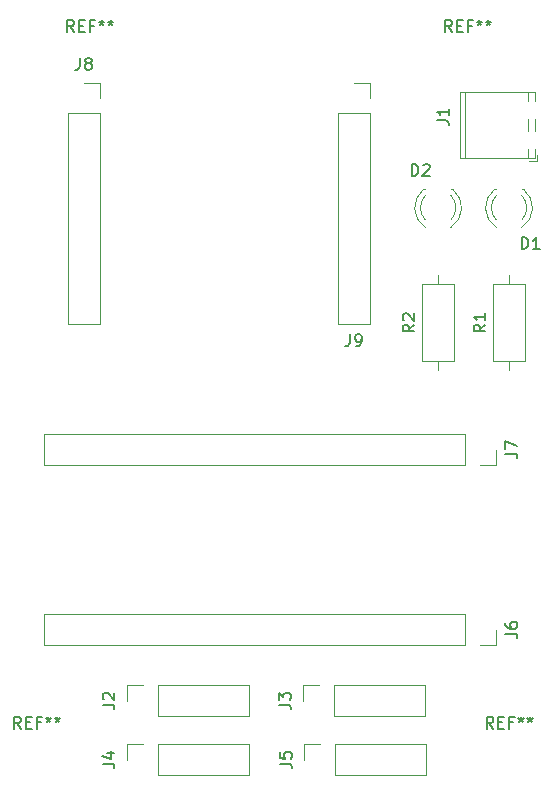
<source format=gbr>
%TF.GenerationSoftware,KiCad,Pcbnew,(7.0.0)*%
%TF.CreationDate,2023-07-19T17:42:03-04:00*%
%TF.ProjectId,board_pf_cese,626f6172-645f-4706-965f-636573652e6b,rev?*%
%TF.SameCoordinates,Original*%
%TF.FileFunction,Legend,Top*%
%TF.FilePolarity,Positive*%
%FSLAX46Y46*%
G04 Gerber Fmt 4.6, Leading zero omitted, Abs format (unit mm)*
G04 Created by KiCad (PCBNEW (7.0.0)) date 2023-07-19 17:42:03*
%MOMM*%
%LPD*%
G01*
G04 APERTURE LIST*
%ADD10C,0.150000*%
%ADD11C,0.120000*%
G04 APERTURE END LIST*
D10*
%TO.C,R1*%
X142997380Y-90166666D02*
X142521190Y-90499999D01*
X142997380Y-90738094D02*
X141997380Y-90738094D01*
X141997380Y-90738094D02*
X141997380Y-90357142D01*
X141997380Y-90357142D02*
X142045000Y-90261904D01*
X142045000Y-90261904D02*
X142092619Y-90214285D01*
X142092619Y-90214285D02*
X142187857Y-90166666D01*
X142187857Y-90166666D02*
X142330714Y-90166666D01*
X142330714Y-90166666D02*
X142425952Y-90214285D01*
X142425952Y-90214285D02*
X142473571Y-90261904D01*
X142473571Y-90261904D02*
X142521190Y-90357142D01*
X142521190Y-90357142D02*
X142521190Y-90738094D01*
X142997380Y-89214285D02*
X142997380Y-89785713D01*
X142997380Y-89499999D02*
X141997380Y-89499999D01*
X141997380Y-89499999D02*
X142140238Y-89595237D01*
X142140238Y-89595237D02*
X142235476Y-89690475D01*
X142235476Y-89690475D02*
X142283095Y-89785713D01*
%TO.C,D1*%
X146061905Y-83767380D02*
X146061905Y-82767380D01*
X146061905Y-82767380D02*
X146300000Y-82767380D01*
X146300000Y-82767380D02*
X146442857Y-82815000D01*
X146442857Y-82815000D02*
X146538095Y-82910238D01*
X146538095Y-82910238D02*
X146585714Y-83005476D01*
X146585714Y-83005476D02*
X146633333Y-83195952D01*
X146633333Y-83195952D02*
X146633333Y-83338809D01*
X146633333Y-83338809D02*
X146585714Y-83529285D01*
X146585714Y-83529285D02*
X146538095Y-83624523D01*
X146538095Y-83624523D02*
X146442857Y-83719761D01*
X146442857Y-83719761D02*
X146300000Y-83767380D01*
X146300000Y-83767380D02*
X146061905Y-83767380D01*
X147585714Y-83767380D02*
X147014286Y-83767380D01*
X147300000Y-83767380D02*
X147300000Y-82767380D01*
X147300000Y-82767380D02*
X147204762Y-82910238D01*
X147204762Y-82910238D02*
X147109524Y-83005476D01*
X147109524Y-83005476D02*
X147014286Y-83053095D01*
%TO.C,J2*%
X110597380Y-122333333D02*
X111311666Y-122333333D01*
X111311666Y-122333333D02*
X111454523Y-122380952D01*
X111454523Y-122380952D02*
X111549761Y-122476190D01*
X111549761Y-122476190D02*
X111597380Y-122619047D01*
X111597380Y-122619047D02*
X111597380Y-122714285D01*
X110692619Y-121904761D02*
X110645000Y-121857142D01*
X110645000Y-121857142D02*
X110597380Y-121761904D01*
X110597380Y-121761904D02*
X110597380Y-121523809D01*
X110597380Y-121523809D02*
X110645000Y-121428571D01*
X110645000Y-121428571D02*
X110692619Y-121380952D01*
X110692619Y-121380952D02*
X110787857Y-121333333D01*
X110787857Y-121333333D02*
X110883095Y-121333333D01*
X110883095Y-121333333D02*
X111025952Y-121380952D01*
X111025952Y-121380952D02*
X111597380Y-121952380D01*
X111597380Y-121952380D02*
X111597380Y-121333333D01*
%TO.C,J5*%
X125597380Y-127333333D02*
X126311666Y-127333333D01*
X126311666Y-127333333D02*
X126454523Y-127380952D01*
X126454523Y-127380952D02*
X126549761Y-127476190D01*
X126549761Y-127476190D02*
X126597380Y-127619047D01*
X126597380Y-127619047D02*
X126597380Y-127714285D01*
X125597380Y-126380952D02*
X125597380Y-126857142D01*
X125597380Y-126857142D02*
X126073571Y-126904761D01*
X126073571Y-126904761D02*
X126025952Y-126857142D01*
X126025952Y-126857142D02*
X125978333Y-126761904D01*
X125978333Y-126761904D02*
X125978333Y-126523809D01*
X125978333Y-126523809D02*
X126025952Y-126428571D01*
X126025952Y-126428571D02*
X126073571Y-126380952D01*
X126073571Y-126380952D02*
X126168809Y-126333333D01*
X126168809Y-126333333D02*
X126406904Y-126333333D01*
X126406904Y-126333333D02*
X126502142Y-126380952D01*
X126502142Y-126380952D02*
X126549761Y-126428571D01*
X126549761Y-126428571D02*
X126597380Y-126523809D01*
X126597380Y-126523809D02*
X126597380Y-126761904D01*
X126597380Y-126761904D02*
X126549761Y-126857142D01*
X126549761Y-126857142D02*
X126502142Y-126904761D01*
%TO.C,J8*%
X108666666Y-67597380D02*
X108666666Y-68311666D01*
X108666666Y-68311666D02*
X108619047Y-68454523D01*
X108619047Y-68454523D02*
X108523809Y-68549761D01*
X108523809Y-68549761D02*
X108380952Y-68597380D01*
X108380952Y-68597380D02*
X108285714Y-68597380D01*
X109285714Y-68025952D02*
X109190476Y-67978333D01*
X109190476Y-67978333D02*
X109142857Y-67930714D01*
X109142857Y-67930714D02*
X109095238Y-67835476D01*
X109095238Y-67835476D02*
X109095238Y-67787857D01*
X109095238Y-67787857D02*
X109142857Y-67692619D01*
X109142857Y-67692619D02*
X109190476Y-67645000D01*
X109190476Y-67645000D02*
X109285714Y-67597380D01*
X109285714Y-67597380D02*
X109476190Y-67597380D01*
X109476190Y-67597380D02*
X109571428Y-67645000D01*
X109571428Y-67645000D02*
X109619047Y-67692619D01*
X109619047Y-67692619D02*
X109666666Y-67787857D01*
X109666666Y-67787857D02*
X109666666Y-67835476D01*
X109666666Y-67835476D02*
X109619047Y-67930714D01*
X109619047Y-67930714D02*
X109571428Y-67978333D01*
X109571428Y-67978333D02*
X109476190Y-68025952D01*
X109476190Y-68025952D02*
X109285714Y-68025952D01*
X109285714Y-68025952D02*
X109190476Y-68073571D01*
X109190476Y-68073571D02*
X109142857Y-68121190D01*
X109142857Y-68121190D02*
X109095238Y-68216428D01*
X109095238Y-68216428D02*
X109095238Y-68406904D01*
X109095238Y-68406904D02*
X109142857Y-68502142D01*
X109142857Y-68502142D02*
X109190476Y-68549761D01*
X109190476Y-68549761D02*
X109285714Y-68597380D01*
X109285714Y-68597380D02*
X109476190Y-68597380D01*
X109476190Y-68597380D02*
X109571428Y-68549761D01*
X109571428Y-68549761D02*
X109619047Y-68502142D01*
X109619047Y-68502142D02*
X109666666Y-68406904D01*
X109666666Y-68406904D02*
X109666666Y-68216428D01*
X109666666Y-68216428D02*
X109619047Y-68121190D01*
X109619047Y-68121190D02*
X109571428Y-68073571D01*
X109571428Y-68073571D02*
X109476190Y-68025952D01*
%TO.C,REF\u002A\u002A*%
X103666666Y-124367380D02*
X103333333Y-123891190D01*
X103095238Y-124367380D02*
X103095238Y-123367380D01*
X103095238Y-123367380D02*
X103476190Y-123367380D01*
X103476190Y-123367380D02*
X103571428Y-123415000D01*
X103571428Y-123415000D02*
X103619047Y-123462619D01*
X103619047Y-123462619D02*
X103666666Y-123557857D01*
X103666666Y-123557857D02*
X103666666Y-123700714D01*
X103666666Y-123700714D02*
X103619047Y-123795952D01*
X103619047Y-123795952D02*
X103571428Y-123843571D01*
X103571428Y-123843571D02*
X103476190Y-123891190D01*
X103476190Y-123891190D02*
X103095238Y-123891190D01*
X104095238Y-123843571D02*
X104428571Y-123843571D01*
X104571428Y-124367380D02*
X104095238Y-124367380D01*
X104095238Y-124367380D02*
X104095238Y-123367380D01*
X104095238Y-123367380D02*
X104571428Y-123367380D01*
X105333333Y-123843571D02*
X105000000Y-123843571D01*
X105000000Y-124367380D02*
X105000000Y-123367380D01*
X105000000Y-123367380D02*
X105476190Y-123367380D01*
X106000000Y-123367380D02*
X106000000Y-123605476D01*
X105761905Y-123510238D02*
X106000000Y-123605476D01*
X106000000Y-123605476D02*
X106238095Y-123510238D01*
X105857143Y-123795952D02*
X106000000Y-123605476D01*
X106000000Y-123605476D02*
X106142857Y-123795952D01*
X106761905Y-123367380D02*
X106761905Y-123605476D01*
X106523810Y-123510238D02*
X106761905Y-123605476D01*
X106761905Y-123605476D02*
X107000000Y-123510238D01*
X106619048Y-123795952D02*
X106761905Y-123605476D01*
X106761905Y-123605476D02*
X106904762Y-123795952D01*
%TO.C,J1*%
X138907380Y-72873333D02*
X139621666Y-72873333D01*
X139621666Y-72873333D02*
X139764523Y-72920952D01*
X139764523Y-72920952D02*
X139859761Y-73016190D01*
X139859761Y-73016190D02*
X139907380Y-73159047D01*
X139907380Y-73159047D02*
X139907380Y-73254285D01*
X139907380Y-71873333D02*
X139907380Y-72444761D01*
X139907380Y-72159047D02*
X138907380Y-72159047D01*
X138907380Y-72159047D02*
X139050238Y-72254285D01*
X139050238Y-72254285D02*
X139145476Y-72349523D01*
X139145476Y-72349523D02*
X139193095Y-72444761D01*
%TO.C,REF\u002A\u002A*%
X108166666Y-65367380D02*
X107833333Y-64891190D01*
X107595238Y-65367380D02*
X107595238Y-64367380D01*
X107595238Y-64367380D02*
X107976190Y-64367380D01*
X107976190Y-64367380D02*
X108071428Y-64415000D01*
X108071428Y-64415000D02*
X108119047Y-64462619D01*
X108119047Y-64462619D02*
X108166666Y-64557857D01*
X108166666Y-64557857D02*
X108166666Y-64700714D01*
X108166666Y-64700714D02*
X108119047Y-64795952D01*
X108119047Y-64795952D02*
X108071428Y-64843571D01*
X108071428Y-64843571D02*
X107976190Y-64891190D01*
X107976190Y-64891190D02*
X107595238Y-64891190D01*
X108595238Y-64843571D02*
X108928571Y-64843571D01*
X109071428Y-65367380D02*
X108595238Y-65367380D01*
X108595238Y-65367380D02*
X108595238Y-64367380D01*
X108595238Y-64367380D02*
X109071428Y-64367380D01*
X109833333Y-64843571D02*
X109500000Y-64843571D01*
X109500000Y-65367380D02*
X109500000Y-64367380D01*
X109500000Y-64367380D02*
X109976190Y-64367380D01*
X110500000Y-64367380D02*
X110500000Y-64605476D01*
X110261905Y-64510238D02*
X110500000Y-64605476D01*
X110500000Y-64605476D02*
X110738095Y-64510238D01*
X110357143Y-64795952D02*
X110500000Y-64605476D01*
X110500000Y-64605476D02*
X110642857Y-64795952D01*
X111261905Y-64367380D02*
X111261905Y-64605476D01*
X111023810Y-64510238D02*
X111261905Y-64605476D01*
X111261905Y-64605476D02*
X111500000Y-64510238D01*
X111119048Y-64795952D02*
X111261905Y-64605476D01*
X111261905Y-64605476D02*
X111404762Y-64795952D01*
%TO.C,D2*%
X136761905Y-77567380D02*
X136761905Y-76567380D01*
X136761905Y-76567380D02*
X137000000Y-76567380D01*
X137000000Y-76567380D02*
X137142857Y-76615000D01*
X137142857Y-76615000D02*
X137238095Y-76710238D01*
X137238095Y-76710238D02*
X137285714Y-76805476D01*
X137285714Y-76805476D02*
X137333333Y-76995952D01*
X137333333Y-76995952D02*
X137333333Y-77138809D01*
X137333333Y-77138809D02*
X137285714Y-77329285D01*
X137285714Y-77329285D02*
X137238095Y-77424523D01*
X137238095Y-77424523D02*
X137142857Y-77519761D01*
X137142857Y-77519761D02*
X137000000Y-77567380D01*
X137000000Y-77567380D02*
X136761905Y-77567380D01*
X137714286Y-76662619D02*
X137761905Y-76615000D01*
X137761905Y-76615000D02*
X137857143Y-76567380D01*
X137857143Y-76567380D02*
X138095238Y-76567380D01*
X138095238Y-76567380D02*
X138190476Y-76615000D01*
X138190476Y-76615000D02*
X138238095Y-76662619D01*
X138238095Y-76662619D02*
X138285714Y-76757857D01*
X138285714Y-76757857D02*
X138285714Y-76853095D01*
X138285714Y-76853095D02*
X138238095Y-76995952D01*
X138238095Y-76995952D02*
X137666667Y-77567380D01*
X137666667Y-77567380D02*
X138285714Y-77567380D01*
%TO.C,J7*%
X144697380Y-101093333D02*
X145411666Y-101093333D01*
X145411666Y-101093333D02*
X145554523Y-101140952D01*
X145554523Y-101140952D02*
X145649761Y-101236190D01*
X145649761Y-101236190D02*
X145697380Y-101379047D01*
X145697380Y-101379047D02*
X145697380Y-101474285D01*
X144697380Y-100712380D02*
X144697380Y-100045714D01*
X144697380Y-100045714D02*
X145697380Y-100474285D01*
%TO.C,REF\u002A\u002A*%
X143666666Y-124367380D02*
X143333333Y-123891190D01*
X143095238Y-124367380D02*
X143095238Y-123367380D01*
X143095238Y-123367380D02*
X143476190Y-123367380D01*
X143476190Y-123367380D02*
X143571428Y-123415000D01*
X143571428Y-123415000D02*
X143619047Y-123462619D01*
X143619047Y-123462619D02*
X143666666Y-123557857D01*
X143666666Y-123557857D02*
X143666666Y-123700714D01*
X143666666Y-123700714D02*
X143619047Y-123795952D01*
X143619047Y-123795952D02*
X143571428Y-123843571D01*
X143571428Y-123843571D02*
X143476190Y-123891190D01*
X143476190Y-123891190D02*
X143095238Y-123891190D01*
X144095238Y-123843571D02*
X144428571Y-123843571D01*
X144571428Y-124367380D02*
X144095238Y-124367380D01*
X144095238Y-124367380D02*
X144095238Y-123367380D01*
X144095238Y-123367380D02*
X144571428Y-123367380D01*
X145333333Y-123843571D02*
X145000000Y-123843571D01*
X145000000Y-124367380D02*
X145000000Y-123367380D01*
X145000000Y-123367380D02*
X145476190Y-123367380D01*
X146000000Y-123367380D02*
X146000000Y-123605476D01*
X145761905Y-123510238D02*
X146000000Y-123605476D01*
X146000000Y-123605476D02*
X146238095Y-123510238D01*
X145857143Y-123795952D02*
X146000000Y-123605476D01*
X146000000Y-123605476D02*
X146142857Y-123795952D01*
X146761905Y-123367380D02*
X146761905Y-123605476D01*
X146523810Y-123510238D02*
X146761905Y-123605476D01*
X146761905Y-123605476D02*
X147000000Y-123510238D01*
X146619048Y-123795952D02*
X146761905Y-123605476D01*
X146761905Y-123605476D02*
X146904762Y-123795952D01*
%TO.C,J3*%
X125517380Y-122333333D02*
X126231666Y-122333333D01*
X126231666Y-122333333D02*
X126374523Y-122380952D01*
X126374523Y-122380952D02*
X126469761Y-122476190D01*
X126469761Y-122476190D02*
X126517380Y-122619047D01*
X126517380Y-122619047D02*
X126517380Y-122714285D01*
X125517380Y-121952380D02*
X125517380Y-121333333D01*
X125517380Y-121333333D02*
X125898333Y-121666666D01*
X125898333Y-121666666D02*
X125898333Y-121523809D01*
X125898333Y-121523809D02*
X125945952Y-121428571D01*
X125945952Y-121428571D02*
X125993571Y-121380952D01*
X125993571Y-121380952D02*
X126088809Y-121333333D01*
X126088809Y-121333333D02*
X126326904Y-121333333D01*
X126326904Y-121333333D02*
X126422142Y-121380952D01*
X126422142Y-121380952D02*
X126469761Y-121428571D01*
X126469761Y-121428571D02*
X126517380Y-121523809D01*
X126517380Y-121523809D02*
X126517380Y-121809523D01*
X126517380Y-121809523D02*
X126469761Y-121904761D01*
X126469761Y-121904761D02*
X126422142Y-121952380D01*
%TO.C,R2*%
X136997380Y-90166666D02*
X136521190Y-90499999D01*
X136997380Y-90738094D02*
X135997380Y-90738094D01*
X135997380Y-90738094D02*
X135997380Y-90357142D01*
X135997380Y-90357142D02*
X136045000Y-90261904D01*
X136045000Y-90261904D02*
X136092619Y-90214285D01*
X136092619Y-90214285D02*
X136187857Y-90166666D01*
X136187857Y-90166666D02*
X136330714Y-90166666D01*
X136330714Y-90166666D02*
X136425952Y-90214285D01*
X136425952Y-90214285D02*
X136473571Y-90261904D01*
X136473571Y-90261904D02*
X136521190Y-90357142D01*
X136521190Y-90357142D02*
X136521190Y-90738094D01*
X136092619Y-89785713D02*
X136045000Y-89738094D01*
X136045000Y-89738094D02*
X135997380Y-89642856D01*
X135997380Y-89642856D02*
X135997380Y-89404761D01*
X135997380Y-89404761D02*
X136045000Y-89309523D01*
X136045000Y-89309523D02*
X136092619Y-89261904D01*
X136092619Y-89261904D02*
X136187857Y-89214285D01*
X136187857Y-89214285D02*
X136283095Y-89214285D01*
X136283095Y-89214285D02*
X136425952Y-89261904D01*
X136425952Y-89261904D02*
X136997380Y-89833332D01*
X136997380Y-89833332D02*
X136997380Y-89214285D01*
%TO.C,J9*%
X131526666Y-90987380D02*
X131526666Y-91701666D01*
X131526666Y-91701666D02*
X131479047Y-91844523D01*
X131479047Y-91844523D02*
X131383809Y-91939761D01*
X131383809Y-91939761D02*
X131240952Y-91987380D01*
X131240952Y-91987380D02*
X131145714Y-91987380D01*
X132050476Y-91987380D02*
X132240952Y-91987380D01*
X132240952Y-91987380D02*
X132336190Y-91939761D01*
X132336190Y-91939761D02*
X132383809Y-91892142D01*
X132383809Y-91892142D02*
X132479047Y-91749285D01*
X132479047Y-91749285D02*
X132526666Y-91558809D01*
X132526666Y-91558809D02*
X132526666Y-91177857D01*
X132526666Y-91177857D02*
X132479047Y-91082619D01*
X132479047Y-91082619D02*
X132431428Y-91035000D01*
X132431428Y-91035000D02*
X132336190Y-90987380D01*
X132336190Y-90987380D02*
X132145714Y-90987380D01*
X132145714Y-90987380D02*
X132050476Y-91035000D01*
X132050476Y-91035000D02*
X132002857Y-91082619D01*
X132002857Y-91082619D02*
X131955238Y-91177857D01*
X131955238Y-91177857D02*
X131955238Y-91415952D01*
X131955238Y-91415952D02*
X132002857Y-91511190D01*
X132002857Y-91511190D02*
X132050476Y-91558809D01*
X132050476Y-91558809D02*
X132145714Y-91606428D01*
X132145714Y-91606428D02*
X132336190Y-91606428D01*
X132336190Y-91606428D02*
X132431428Y-91558809D01*
X132431428Y-91558809D02*
X132479047Y-91511190D01*
X132479047Y-91511190D02*
X132526666Y-91415952D01*
%TO.C,J4*%
X110597380Y-127333333D02*
X111311666Y-127333333D01*
X111311666Y-127333333D02*
X111454523Y-127380952D01*
X111454523Y-127380952D02*
X111549761Y-127476190D01*
X111549761Y-127476190D02*
X111597380Y-127619047D01*
X111597380Y-127619047D02*
X111597380Y-127714285D01*
X110930714Y-126428571D02*
X111597380Y-126428571D01*
X110549761Y-126666666D02*
X111264047Y-126904761D01*
X111264047Y-126904761D02*
X111264047Y-126285714D01*
%TO.C,REF\u002A\u002A*%
X140166666Y-65367380D02*
X139833333Y-64891190D01*
X139595238Y-65367380D02*
X139595238Y-64367380D01*
X139595238Y-64367380D02*
X139976190Y-64367380D01*
X139976190Y-64367380D02*
X140071428Y-64415000D01*
X140071428Y-64415000D02*
X140119047Y-64462619D01*
X140119047Y-64462619D02*
X140166666Y-64557857D01*
X140166666Y-64557857D02*
X140166666Y-64700714D01*
X140166666Y-64700714D02*
X140119047Y-64795952D01*
X140119047Y-64795952D02*
X140071428Y-64843571D01*
X140071428Y-64843571D02*
X139976190Y-64891190D01*
X139976190Y-64891190D02*
X139595238Y-64891190D01*
X140595238Y-64843571D02*
X140928571Y-64843571D01*
X141071428Y-65367380D02*
X140595238Y-65367380D01*
X140595238Y-65367380D02*
X140595238Y-64367380D01*
X140595238Y-64367380D02*
X141071428Y-64367380D01*
X141833333Y-64843571D02*
X141500000Y-64843571D01*
X141500000Y-65367380D02*
X141500000Y-64367380D01*
X141500000Y-64367380D02*
X141976190Y-64367380D01*
X142500000Y-64367380D02*
X142500000Y-64605476D01*
X142261905Y-64510238D02*
X142500000Y-64605476D01*
X142500000Y-64605476D02*
X142738095Y-64510238D01*
X142357143Y-64795952D02*
X142500000Y-64605476D01*
X142500000Y-64605476D02*
X142642857Y-64795952D01*
X143261905Y-64367380D02*
X143261905Y-64605476D01*
X143023810Y-64510238D02*
X143261905Y-64605476D01*
X143261905Y-64605476D02*
X143500000Y-64510238D01*
X143119048Y-64795952D02*
X143261905Y-64605476D01*
X143261905Y-64605476D02*
X143404762Y-64795952D01*
%TO.C,J6*%
X144697380Y-116333333D02*
X145411666Y-116333333D01*
X145411666Y-116333333D02*
X145554523Y-116380952D01*
X145554523Y-116380952D02*
X145649761Y-116476190D01*
X145649761Y-116476190D02*
X145697380Y-116619047D01*
X145697380Y-116619047D02*
X145697380Y-116714285D01*
X144697380Y-115428571D02*
X144697380Y-115619047D01*
X144697380Y-115619047D02*
X144745000Y-115714285D01*
X144745000Y-115714285D02*
X144792619Y-115761904D01*
X144792619Y-115761904D02*
X144935476Y-115857142D01*
X144935476Y-115857142D02*
X145125952Y-115904761D01*
X145125952Y-115904761D02*
X145506904Y-115904761D01*
X145506904Y-115904761D02*
X145602142Y-115857142D01*
X145602142Y-115857142D02*
X145649761Y-115809523D01*
X145649761Y-115809523D02*
X145697380Y-115714285D01*
X145697380Y-115714285D02*
X145697380Y-115523809D01*
X145697380Y-115523809D02*
X145649761Y-115428571D01*
X145649761Y-115428571D02*
X145602142Y-115380952D01*
X145602142Y-115380952D02*
X145506904Y-115333333D01*
X145506904Y-115333333D02*
X145268809Y-115333333D01*
X145268809Y-115333333D02*
X145173571Y-115380952D01*
X145173571Y-115380952D02*
X145125952Y-115428571D01*
X145125952Y-115428571D02*
X145078333Y-115523809D01*
X145078333Y-115523809D02*
X145078333Y-115714285D01*
X145078333Y-115714285D02*
X145125952Y-115809523D01*
X145125952Y-115809523D02*
X145173571Y-115857142D01*
X145173571Y-115857142D02*
X145268809Y-115904761D01*
D11*
%TO.C,R1*%
X143630000Y-86730000D02*
X143630000Y-93270000D01*
X146370000Y-93270000D02*
X146370000Y-86730000D01*
X146370000Y-86730000D02*
X143630000Y-86730000D01*
X143630000Y-93270000D02*
X146370000Y-93270000D01*
X145000000Y-94040000D02*
X145000000Y-93270000D01*
X145000000Y-85960000D02*
X145000000Y-86730000D01*
%TO.C,D1*%
X146078608Y-81942334D02*
G75*
G03*
X146235515Y-78710001I-1078608J1672334D01*
G01*
X143920001Y-79229040D02*
G75*
G03*
X143920164Y-81311129I1079999J-1040960D01*
G01*
X143764485Y-78710001D02*
G75*
G03*
X143921392Y-81942334I1235515J-1559999D01*
G01*
X146079836Y-81311129D02*
G75*
G03*
X146079999Y-79229040I-1079836J1041129D01*
G01*
X143920000Y-78710000D02*
X143764000Y-78710000D01*
X146236000Y-78710000D02*
X146080000Y-78710000D01*
%TO.C,J2*%
X112670000Y-122000000D02*
X112670000Y-120670000D01*
X112670000Y-120670000D02*
X114000000Y-120670000D01*
X115270000Y-123330000D02*
X122950000Y-123330000D01*
X115270000Y-123330000D02*
X115270000Y-120670000D01*
X115270000Y-120670000D02*
X122950000Y-120670000D01*
X122950000Y-123330000D02*
X122950000Y-120670000D01*
%TO.C,J5*%
X130270000Y-128330000D02*
X137950000Y-128330000D01*
X130270000Y-128330000D02*
X130270000Y-125670000D01*
X137950000Y-128330000D02*
X137950000Y-125670000D01*
X127670000Y-127000000D02*
X127670000Y-125670000D01*
X127670000Y-125670000D02*
X129000000Y-125670000D01*
X130270000Y-125670000D02*
X137950000Y-125670000D01*
%TO.C,J8*%
X107670000Y-72270000D02*
X107670000Y-90110000D01*
X107670000Y-72270000D02*
X110330000Y-72270000D01*
X107670000Y-90110000D02*
X110330000Y-90110000D01*
X109000000Y-69670000D02*
X110330000Y-69670000D01*
X110330000Y-69670000D02*
X110330000Y-71000000D01*
X110330000Y-72270000D02*
X110330000Y-90110000D01*
%TO.C,J1*%
X146660000Y-76340000D02*
X147400000Y-76340000D01*
X147400000Y-76340000D02*
X147400000Y-75840000D01*
X140840000Y-76100000D02*
X147160000Y-76100000D01*
X140840000Y-76100000D02*
X140840000Y-70440000D01*
X141300000Y-76100000D02*
X141300000Y-70440000D01*
X146600000Y-76100000D02*
X146600000Y-75330000D01*
X147160000Y-76100000D02*
X147160000Y-75330000D01*
X146600000Y-73750000D02*
X146600000Y-72790000D01*
X147160000Y-73750000D02*
X147160000Y-72790000D01*
X146600000Y-71210000D02*
X146600000Y-70440000D01*
X147160000Y-71210000D02*
X147160000Y-70440000D01*
X140840000Y-70440000D02*
X147160000Y-70440000D01*
%TO.C,D2*%
X137764485Y-78710001D02*
G75*
G03*
X137921392Y-81942334I1235515J-1559999D01*
G01*
X137920001Y-79229040D02*
G75*
G03*
X137920164Y-81311129I1079999J-1040960D01*
G01*
X140079836Y-81311129D02*
G75*
G03*
X140079999Y-79229040I-1079836J1041129D01*
G01*
X140078608Y-81942334D02*
G75*
G03*
X140235515Y-78710001I-1078608J1672334D01*
G01*
X137920000Y-78710000D02*
X137764000Y-78710000D01*
X140236000Y-78710000D02*
X140080000Y-78710000D01*
%TO.C,J7*%
X141290000Y-99430000D02*
X105670000Y-99430000D01*
X141290000Y-99430000D02*
X141290000Y-102090000D01*
X105670000Y-99430000D02*
X105670000Y-102090000D01*
X143890000Y-100760000D02*
X143890000Y-102090000D01*
X143890000Y-102090000D02*
X142560000Y-102090000D01*
X141290000Y-102090000D02*
X105670000Y-102090000D01*
%TO.C,J3*%
X130190000Y-123330000D02*
X137870000Y-123330000D01*
X130190000Y-123330000D02*
X130190000Y-120670000D01*
X137870000Y-123330000D02*
X137870000Y-120670000D01*
X127590000Y-122000000D02*
X127590000Y-120670000D01*
X127590000Y-120670000D02*
X128920000Y-120670000D01*
X130190000Y-120670000D02*
X137870000Y-120670000D01*
%TO.C,R2*%
X139000000Y-94040000D02*
X139000000Y-93270000D01*
X137630000Y-93270000D02*
X140370000Y-93270000D01*
X140370000Y-93270000D02*
X140370000Y-86730000D01*
X137630000Y-86730000D02*
X137630000Y-93270000D01*
X140370000Y-86730000D02*
X137630000Y-86730000D01*
X139000000Y-85960000D02*
X139000000Y-86730000D01*
%TO.C,J9*%
X130530000Y-72270000D02*
X130530000Y-90110000D01*
X130530000Y-72270000D02*
X133190000Y-72270000D01*
X130530000Y-90110000D02*
X133190000Y-90110000D01*
X131860000Y-69670000D02*
X133190000Y-69670000D01*
X133190000Y-69670000D02*
X133190000Y-71000000D01*
X133190000Y-72270000D02*
X133190000Y-90110000D01*
%TO.C,J4*%
X115270000Y-128330000D02*
X122950000Y-128330000D01*
X115270000Y-128330000D02*
X115270000Y-125670000D01*
X122950000Y-128330000D02*
X122950000Y-125670000D01*
X112670000Y-127000000D02*
X112670000Y-125670000D01*
X112670000Y-125670000D02*
X114000000Y-125670000D01*
X115270000Y-125670000D02*
X122950000Y-125670000D01*
%TO.C,J6*%
X141290000Y-114670000D02*
X105670000Y-114670000D01*
X141290000Y-114670000D02*
X141290000Y-117330000D01*
X105670000Y-114670000D02*
X105670000Y-117330000D01*
X143890000Y-116000000D02*
X143890000Y-117330000D01*
X143890000Y-117330000D02*
X142560000Y-117330000D01*
X141290000Y-117330000D02*
X105670000Y-117330000D01*
%TD*%
M02*

</source>
